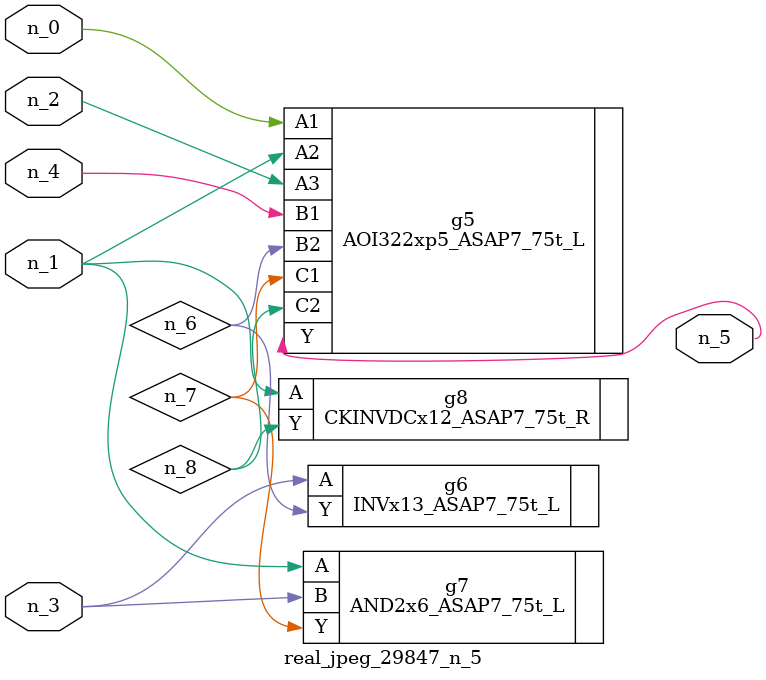
<source format=v>
module real_jpeg_29847_n_5 (n_4, n_0, n_1, n_2, n_3, n_5);

input n_4;
input n_0;
input n_1;
input n_2;
input n_3;

output n_5;

wire n_8;
wire n_6;
wire n_7;

AOI322xp5_ASAP7_75t_L g5 ( 
.A1(n_0),
.A2(n_1),
.A3(n_2),
.B1(n_4),
.B2(n_6),
.C1(n_7),
.C2(n_8),
.Y(n_5)
);

AND2x6_ASAP7_75t_L g7 ( 
.A(n_1),
.B(n_3),
.Y(n_7)
);

CKINVDCx12_ASAP7_75t_R g8 ( 
.A(n_1),
.Y(n_8)
);

INVx13_ASAP7_75t_L g6 ( 
.A(n_3),
.Y(n_6)
);


endmodule
</source>
